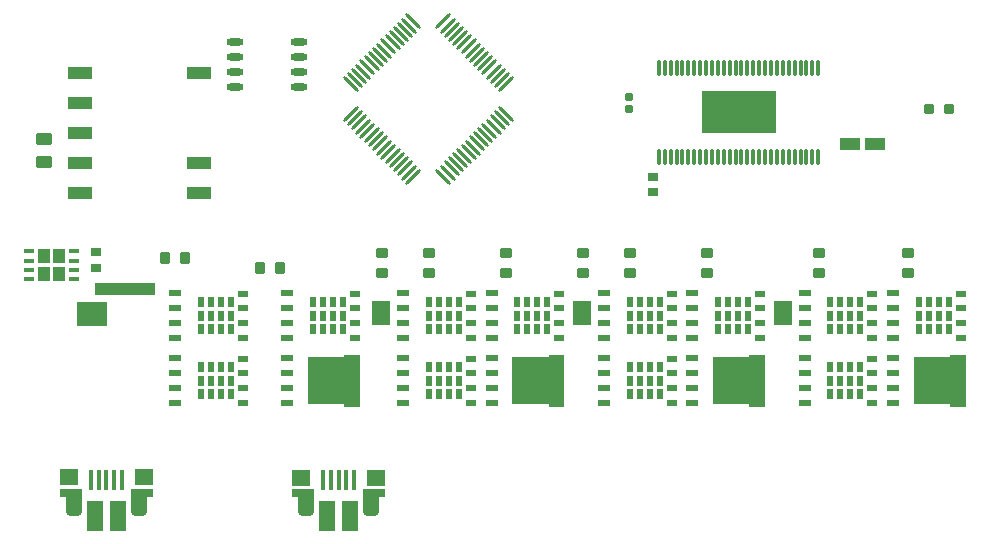
<source format=gtp>
G04*
G04 #@! TF.GenerationSoftware,Altium Limited,Altium Designer,20.0.11 (256)*
G04*
G04 Layer_Color=8421504*
%FSLAX25Y25*%
%MOIN*%
G70*
G01*
G75*
%ADD19R,0.03543X0.02362*%
%ADD20R,0.02362X0.03543*%
%ADD21R,0.04134X0.05118*%
%ADD22R,0.10236X0.08268*%
%ADD23R,0.20079X0.04331*%
%ADD24R,0.06299X0.08268*%
G04:AMPARAMS|DCode=25|XSize=43.31mil|YSize=55.12mil|CornerRadius=10.83mil|HoleSize=0mil|Usage=FLASHONLY|Rotation=90.000|XOffset=0mil|YOffset=0mil|HoleType=Round|Shape=RoundedRectangle|*
%AMROUNDEDRECTD25*
21,1,0.04331,0.03347,0,0,90.0*
21,1,0.02165,0.05512,0,0,90.0*
1,1,0.02165,0.01673,0.01083*
1,1,0.02165,0.01673,-0.01083*
1,1,0.02165,-0.01673,-0.01083*
1,1,0.02165,-0.01673,0.01083*
%
%ADD25ROUNDEDRECTD25*%
%ADD26R,0.08268X0.03937*%
%ADD27O,0.01181X0.05512*%
%ADD28R,0.25000X0.14213*%
%ADD29R,0.01575X0.06890*%
G04:AMPARAMS|DCode=30|XSize=51.18mil|YSize=86.61mil|CornerRadius=12.8mil|HoleSize=0mil|Usage=FLASHONLY|Rotation=0.000|XOffset=0mil|YOffset=0mil|HoleType=Round|Shape=RoundedRectangle|*
%AMROUNDEDRECTD30*
21,1,0.05118,0.06102,0,0,0.0*
21,1,0.02559,0.08661,0,0,0.0*
1,1,0.02559,0.01280,-0.03051*
1,1,0.02559,-0.01280,-0.03051*
1,1,0.02559,-0.01280,0.03051*
1,1,0.02559,0.01280,0.03051*
%
%ADD30ROUNDEDRECTD30*%
%ADD31R,0.05610X0.09843*%
%ADD32R,0.06299X0.05748*%
%ADD33R,0.07185X0.02756*%
%ADD34R,0.03543X0.01181*%
%ADD35O,0.05709X0.02362*%
%ADD36R,0.06693X0.03937*%
%ADD37R,0.03347X0.02756*%
%ADD38R,0.04134X0.02362*%
G04:AMPARAMS|DCode=39|XSize=39.37mil|YSize=35.43mil|CornerRadius=4.43mil|HoleSize=0mil|Usage=FLASHONLY|Rotation=90.000|XOffset=0mil|YOffset=0mil|HoleType=Round|Shape=RoundedRectangle|*
%AMROUNDEDRECTD39*
21,1,0.03937,0.02657,0,0,90.0*
21,1,0.03051,0.03543,0,0,90.0*
1,1,0.00886,0.01329,0.01526*
1,1,0.00886,0.01329,-0.01526*
1,1,0.00886,-0.01329,-0.01526*
1,1,0.00886,-0.01329,0.01526*
%
%ADD39ROUNDEDRECTD39*%
G04:AMPARAMS|DCode=40|XSize=39.37mil|YSize=35.43mil|CornerRadius=4.43mil|HoleSize=0mil|Usage=FLASHONLY|Rotation=180.000|XOffset=0mil|YOffset=0mil|HoleType=Round|Shape=RoundedRectangle|*
%AMROUNDEDRECTD40*
21,1,0.03937,0.02657,0,0,180.0*
21,1,0.03051,0.03543,0,0,180.0*
1,1,0.00886,-0.01526,0.01329*
1,1,0.00886,0.01526,0.01329*
1,1,0.00886,0.01526,-0.01329*
1,1,0.00886,-0.01526,-0.01329*
%
%ADD40ROUNDEDRECTD40*%
G04:AMPARAMS|DCode=41|XSize=11.81mil|YSize=70.87mil|CornerRadius=0mil|HoleSize=0mil|Usage=FLASHONLY|Rotation=45.000|XOffset=0mil|YOffset=0mil|HoleType=Round|Shape=Round|*
%AMOVALD41*
21,1,0.05906,0.01181,0.00000,0.00000,135.0*
1,1,0.01181,0.02088,-0.02088*
1,1,0.01181,-0.02088,0.02088*
%
%ADD41OVALD41*%

G04:AMPARAMS|DCode=42|XSize=11.81mil|YSize=70.87mil|CornerRadius=0mil|HoleSize=0mil|Usage=FLASHONLY|Rotation=315.000|XOffset=0mil|YOffset=0mil|HoleType=Round|Shape=Round|*
%AMOVALD42*
21,1,0.05906,0.01181,0.00000,0.00000,45.0*
1,1,0.01181,-0.02088,-0.02088*
1,1,0.01181,0.02088,0.02088*
%
%ADD42OVALD42*%

G04:AMPARAMS|DCode=43|XSize=23.62mil|YSize=23.62mil|CornerRadius=2.36mil|HoleSize=0mil|Usage=FLASHONLY|Rotation=180.000|XOffset=0mil|YOffset=0mil|HoleType=Round|Shape=RoundedRectangle|*
%AMROUNDEDRECTD43*
21,1,0.02362,0.01890,0,0,180.0*
21,1,0.01890,0.02362,0,0,180.0*
1,1,0.00472,-0.00945,0.00945*
1,1,0.00472,0.00945,0.00945*
1,1,0.00472,0.00945,-0.00945*
1,1,0.00472,-0.00945,-0.00945*
%
%ADD43ROUNDEDRECTD43*%
G04:AMPARAMS|DCode=44|XSize=31.5mil|YSize=31.5mil|CornerRadius=3.94mil|HoleSize=0mil|Usage=FLASHONLY|Rotation=0.000|XOffset=0mil|YOffset=0mil|HoleType=Round|Shape=RoundedRectangle|*
%AMROUNDEDRECTD44*
21,1,0.03150,0.02362,0,0,0.0*
21,1,0.02362,0.03150,0,0,0.0*
1,1,0.00787,0.01181,-0.01181*
1,1,0.00787,-0.01181,-0.01181*
1,1,0.00787,-0.01181,0.01181*
1,1,0.00787,0.01181,0.01181*
%
%ADD44ROUNDEDRECTD44*%
G36*
X231601Y59842D02*
Y59055D01*
X219396D01*
Y43307D01*
X231601D01*
Y42520D01*
X236719D01*
Y59842D01*
X231601D01*
D02*
G37*
G36*
X299711Y59842D02*
Y59055D01*
X287506D01*
Y43307D01*
X299711D01*
Y42520D01*
X304829D01*
Y59842D01*
X299711D01*
D02*
G37*
G36*
X366640D02*
Y59055D01*
X354435D01*
Y43307D01*
X366640D01*
Y42520D01*
X371758D01*
Y59842D01*
X366640D01*
D02*
G37*
G36*
X433569Y59842D02*
Y59055D01*
X421364D01*
Y43307D01*
X433569D01*
Y42520D01*
X438687D01*
Y59842D01*
X433569D01*
D02*
G37*
D19*
X437113Y65453D02*
D03*
Y80216D02*
D03*
Y75394D02*
D03*
Y70275D02*
D03*
X370183Y65453D02*
D03*
Y80216D02*
D03*
Y75394D02*
D03*
Y70275D02*
D03*
X303254Y65453D02*
D03*
Y80216D02*
D03*
Y75394D02*
D03*
Y70275D02*
D03*
X407585Y65453D02*
D03*
Y80216D02*
D03*
Y75394D02*
D03*
Y70275D02*
D03*
Y43799D02*
D03*
Y58563D02*
D03*
Y53740D02*
D03*
Y48622D02*
D03*
X340656Y65453D02*
D03*
Y80216D02*
D03*
Y75394D02*
D03*
Y70275D02*
D03*
Y43799D02*
D03*
Y58563D02*
D03*
Y53740D02*
D03*
Y48622D02*
D03*
X273727Y65453D02*
D03*
Y80216D02*
D03*
Y75394D02*
D03*
Y70275D02*
D03*
Y43799D02*
D03*
Y58563D02*
D03*
Y53740D02*
D03*
Y48622D02*
D03*
X235144Y65452D02*
D03*
Y80216D02*
D03*
Y75393D02*
D03*
Y70275D02*
D03*
X197742Y43799D02*
D03*
Y58563D02*
D03*
Y53740D02*
D03*
Y48622D02*
D03*
Y65452D02*
D03*
Y80216D02*
D03*
Y75393D02*
D03*
Y70275D02*
D03*
D20*
X423136Y72834D02*
D03*
Y77362D02*
D03*
Y68307D02*
D03*
X433176Y72834D02*
D03*
Y77362D02*
D03*
Y68307D02*
D03*
X429829Y72834D02*
D03*
Y77362D02*
D03*
Y68307D02*
D03*
X426483D02*
D03*
Y77362D02*
D03*
Y72834D02*
D03*
X356207Y72835D02*
D03*
Y77362D02*
D03*
Y68307D02*
D03*
X366246Y72835D02*
D03*
Y77362D02*
D03*
Y68307D02*
D03*
X362900Y72835D02*
D03*
Y77362D02*
D03*
Y68307D02*
D03*
X359554D02*
D03*
Y77362D02*
D03*
Y72835D02*
D03*
X289278D02*
D03*
Y77362D02*
D03*
Y68307D02*
D03*
X299317Y72835D02*
D03*
Y77362D02*
D03*
Y68307D02*
D03*
X295971Y72835D02*
D03*
Y77362D02*
D03*
Y68307D02*
D03*
X292624D02*
D03*
Y77362D02*
D03*
Y72835D02*
D03*
X393609Y72834D02*
D03*
Y77362D02*
D03*
Y68307D02*
D03*
X403648Y72834D02*
D03*
Y77362D02*
D03*
Y68307D02*
D03*
X400302Y72834D02*
D03*
Y77362D02*
D03*
Y68307D02*
D03*
X396955D02*
D03*
Y77362D02*
D03*
Y72834D02*
D03*
X393609Y51181D02*
D03*
Y55708D02*
D03*
Y46653D02*
D03*
X403648Y51181D02*
D03*
Y55708D02*
D03*
Y46653D02*
D03*
X400302Y51181D02*
D03*
Y55708D02*
D03*
Y46653D02*
D03*
X396955D02*
D03*
Y55708D02*
D03*
Y51181D02*
D03*
X326679Y72835D02*
D03*
Y77362D02*
D03*
Y68307D02*
D03*
X336719Y72835D02*
D03*
Y77362D02*
D03*
Y68307D02*
D03*
X333372Y72835D02*
D03*
Y77362D02*
D03*
Y68307D02*
D03*
X330026D02*
D03*
Y77362D02*
D03*
Y72835D02*
D03*
X326679Y51181D02*
D03*
Y55709D02*
D03*
Y46653D02*
D03*
X336719Y51181D02*
D03*
Y55709D02*
D03*
Y46653D02*
D03*
X333372Y51181D02*
D03*
Y55709D02*
D03*
Y46653D02*
D03*
X330026D02*
D03*
Y55709D02*
D03*
Y51181D02*
D03*
X259750Y72835D02*
D03*
Y77362D02*
D03*
Y68307D02*
D03*
X269790Y72835D02*
D03*
Y77362D02*
D03*
Y68307D02*
D03*
X266443Y72835D02*
D03*
Y77362D02*
D03*
Y68307D02*
D03*
X263097D02*
D03*
Y77362D02*
D03*
Y72835D02*
D03*
X259750Y51181D02*
D03*
Y55709D02*
D03*
Y46653D02*
D03*
X269790Y51181D02*
D03*
Y55709D02*
D03*
Y46653D02*
D03*
X266443Y51181D02*
D03*
Y55709D02*
D03*
Y46653D02*
D03*
X263097D02*
D03*
Y55709D02*
D03*
Y51181D02*
D03*
X221168Y72834D02*
D03*
Y77362D02*
D03*
Y68307D02*
D03*
X231207Y72834D02*
D03*
Y77362D02*
D03*
Y68307D02*
D03*
X227861Y72834D02*
D03*
Y77362D02*
D03*
Y68307D02*
D03*
X224514D02*
D03*
Y77362D02*
D03*
Y72834D02*
D03*
X183766Y51181D02*
D03*
Y55708D02*
D03*
Y46653D02*
D03*
X193806Y51181D02*
D03*
Y55708D02*
D03*
Y46653D02*
D03*
X190459Y51181D02*
D03*
Y55708D02*
D03*
Y46653D02*
D03*
X187112D02*
D03*
Y55708D02*
D03*
Y51181D02*
D03*
X183766Y72834D02*
D03*
Y77362D02*
D03*
Y68307D02*
D03*
X193806Y72834D02*
D03*
Y77362D02*
D03*
Y68307D02*
D03*
X190459Y72834D02*
D03*
Y77362D02*
D03*
Y68307D02*
D03*
X187112D02*
D03*
Y77362D02*
D03*
Y72834D02*
D03*
D21*
X136372Y86709D02*
D03*
Y92615D02*
D03*
X131450Y86709D02*
D03*
Y92615D02*
D03*
D22*
X147349Y73425D02*
D03*
D23*
X158569Y81693D02*
D03*
D24*
X243806Y73819D02*
D03*
X310735D02*
D03*
X377664D02*
D03*
D25*
X131500Y123963D02*
D03*
Y131837D02*
D03*
D26*
X143418Y153900D02*
D03*
Y143900D02*
D03*
Y133900D02*
D03*
Y123900D02*
D03*
Y113900D02*
D03*
X183182D02*
D03*
Y123900D02*
D03*
Y153900D02*
D03*
D27*
X389568Y155593D02*
D03*
X387599D02*
D03*
X385631D02*
D03*
X383662D02*
D03*
X381694D02*
D03*
X379725D02*
D03*
X377757D02*
D03*
X375788D02*
D03*
X373820D02*
D03*
X371851D02*
D03*
X369883D02*
D03*
X367914D02*
D03*
X365946D02*
D03*
X363977D02*
D03*
X362009D02*
D03*
X360040D02*
D03*
X358072D02*
D03*
X356103D02*
D03*
X354135D02*
D03*
X352166D02*
D03*
X350198D02*
D03*
X348229D02*
D03*
X346261D02*
D03*
X344292D02*
D03*
X342323D02*
D03*
X340355D02*
D03*
X338387D02*
D03*
X336418D02*
D03*
X389568Y125672D02*
D03*
X387599D02*
D03*
X385631D02*
D03*
X383662D02*
D03*
X381694D02*
D03*
X379725D02*
D03*
X377757D02*
D03*
X375788D02*
D03*
X373820D02*
D03*
X371851D02*
D03*
X369883D02*
D03*
X367914D02*
D03*
X365946D02*
D03*
X363977D02*
D03*
X362009D02*
D03*
X360040D02*
D03*
X358072D02*
D03*
X356103D02*
D03*
X354135D02*
D03*
X352166D02*
D03*
X350198D02*
D03*
X348229D02*
D03*
X346261D02*
D03*
X344292D02*
D03*
X342323D02*
D03*
X340355D02*
D03*
X338387D02*
D03*
X336418D02*
D03*
D28*
X362993Y140632D02*
D03*
D29*
X234818Y18122D02*
D03*
X227141D02*
D03*
X232259D02*
D03*
X229700D02*
D03*
X224582D02*
D03*
X157418Y18222D02*
D03*
X149741D02*
D03*
X154859D02*
D03*
X152300D02*
D03*
X147182D02*
D03*
D30*
X240428Y10445D02*
D03*
X218972D02*
D03*
X163028Y10545D02*
D03*
X141572D02*
D03*
D31*
X233440Y6016D02*
D03*
X225960D02*
D03*
X156040Y6116D02*
D03*
X148560D02*
D03*
D32*
X217102Y18909D02*
D03*
X242298D02*
D03*
X139702Y19009D02*
D03*
X164898D02*
D03*
D33*
X217940Y13693D02*
D03*
X241462D02*
D03*
X140540Y13793D02*
D03*
X164062D02*
D03*
D34*
X141372Y84938D02*
D03*
Y88087D02*
D03*
Y91237D02*
D03*
Y94387D02*
D03*
X126450Y84938D02*
D03*
Y88087D02*
D03*
Y91237D02*
D03*
Y94387D02*
D03*
D35*
X216528Y149147D02*
D03*
Y154147D02*
D03*
Y159147D02*
D03*
Y164147D02*
D03*
X195072Y149147D02*
D03*
Y154147D02*
D03*
Y159147D02*
D03*
Y164147D02*
D03*
D36*
X408465Y130002D02*
D03*
X400198D02*
D03*
D37*
X334600Y119159D02*
D03*
Y114041D02*
D03*
X148900Y88841D02*
D03*
Y93959D02*
D03*
D38*
X414573Y58681D02*
D03*
Y53681D02*
D03*
Y48681D02*
D03*
Y43681D02*
D03*
X347644Y58681D02*
D03*
Y53681D02*
D03*
Y48681D02*
D03*
Y43681D02*
D03*
X280715Y58681D02*
D03*
Y53681D02*
D03*
Y48681D02*
D03*
Y43681D02*
D03*
X212605Y58681D02*
D03*
Y53681D02*
D03*
Y48681D02*
D03*
Y43681D02*
D03*
X414573Y80335D02*
D03*
Y75335D02*
D03*
Y70335D02*
D03*
Y65334D02*
D03*
X347644Y80335D02*
D03*
Y75335D02*
D03*
Y70335D02*
D03*
Y65335D02*
D03*
X280715Y80335D02*
D03*
Y75335D02*
D03*
Y70335D02*
D03*
Y65335D02*
D03*
X385046Y80335D02*
D03*
Y75335D02*
D03*
Y70335D02*
D03*
Y65334D02*
D03*
Y58681D02*
D03*
Y53681D02*
D03*
Y48681D02*
D03*
Y43681D02*
D03*
X318116Y80335D02*
D03*
Y75335D02*
D03*
Y70335D02*
D03*
Y65335D02*
D03*
Y58681D02*
D03*
Y53681D02*
D03*
Y48681D02*
D03*
Y43681D02*
D03*
X251187Y80335D02*
D03*
Y75335D02*
D03*
Y70335D02*
D03*
Y65335D02*
D03*
Y58681D02*
D03*
Y53681D02*
D03*
Y48681D02*
D03*
Y43681D02*
D03*
X212605Y80334D02*
D03*
Y75334D02*
D03*
Y70334D02*
D03*
Y65334D02*
D03*
X175203Y58681D02*
D03*
Y53681D02*
D03*
Y48681D02*
D03*
Y43681D02*
D03*
Y80334D02*
D03*
Y75334D02*
D03*
Y70334D02*
D03*
Y65334D02*
D03*
D39*
X171955Y92126D02*
D03*
X178648D02*
D03*
X203554Y88900D02*
D03*
X210246D02*
D03*
D40*
X244199Y93898D02*
D03*
Y87205D02*
D03*
X259947Y87204D02*
D03*
Y93897D02*
D03*
X389868Y87204D02*
D03*
Y93897D02*
D03*
X352467Y87204D02*
D03*
Y93897D02*
D03*
X419396Y87204D02*
D03*
Y93897D02*
D03*
X326876Y87204D02*
D03*
Y93897D02*
D03*
X285538Y87204D02*
D03*
Y93897D02*
D03*
X311128Y93898D02*
D03*
Y87205D02*
D03*
D41*
X277177Y131718D02*
D03*
X274393Y128934D02*
D03*
X264650Y119190D02*
D03*
X267433Y121974D02*
D03*
X285529Y140069D02*
D03*
X282745Y137285D02*
D03*
X284137Y138677D02*
D03*
X242100Y158443D02*
D03*
X240708Y157051D02*
D03*
X246276Y162619D02*
D03*
X235140Y151483D02*
D03*
X233748Y150091D02*
D03*
X239316Y155659D02*
D03*
X236532Y152875D02*
D03*
X237924Y154267D02*
D03*
X251844Y168186D02*
D03*
X254628Y170970D02*
D03*
X253236Y169579D02*
D03*
X250452Y166795D02*
D03*
X247668Y164011D02*
D03*
X249060Y165403D02*
D03*
X275785Y130326D02*
D03*
X266042Y120582D02*
D03*
X278569Y133110D02*
D03*
X268825Y123366D02*
D03*
X273001Y127542D02*
D03*
X271609Y126150D02*
D03*
X270217Y124758D02*
D03*
X281353Y135893D02*
D03*
X279961Y134502D02*
D03*
X243492Y159835D02*
D03*
X244884Y161227D02*
D03*
D42*
X254628Y119190D02*
D03*
X253236Y120582D02*
D03*
X251844Y121974D02*
D03*
X250452Y123366D02*
D03*
X249060Y124758D02*
D03*
X247668Y126150D02*
D03*
X246276Y127542D02*
D03*
X244884Y128934D02*
D03*
X243492Y130325D02*
D03*
X242100Y131718D02*
D03*
X240708Y133109D02*
D03*
X239316Y134502D02*
D03*
X237924Y135893D02*
D03*
X236532Y137285D02*
D03*
X235140Y138677D02*
D03*
X233748Y140069D02*
D03*
X285529Y150091D02*
D03*
X275785Y159835D02*
D03*
X274393Y161227D02*
D03*
X273001Y162619D02*
D03*
X271609Y164011D02*
D03*
X270217Y165403D02*
D03*
X268825Y166795D02*
D03*
X267433Y168186D02*
D03*
X266042Y169578D02*
D03*
X264650Y170970D02*
D03*
X284137Y151483D02*
D03*
X279961Y155659D02*
D03*
X278569Y157051D02*
D03*
X277177Y158443D02*
D03*
X281353Y154267D02*
D03*
X282745Y152875D02*
D03*
D43*
X326600Y141731D02*
D03*
Y145668D02*
D03*
D44*
X426453Y141900D02*
D03*
X433146D02*
D03*
M02*

</source>
